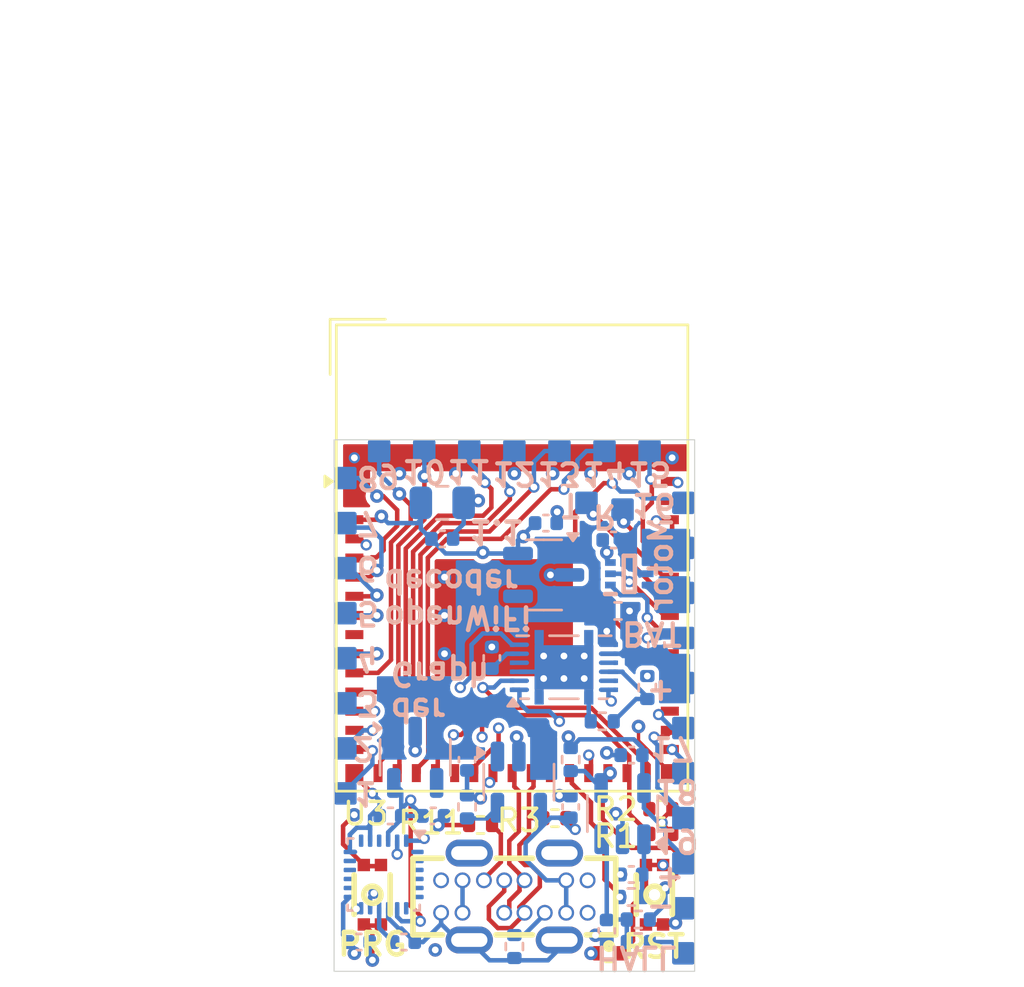
<source format=kicad_pcb>
(kicad_pcb (version 20240108) (generator "pcbnew") (generator_version "8.0")
  (layers (0 "F.Cu" signal) (1 "In1.Cu" signal) (2 "In2.Cu" signal) (31 "B.Cu" signal) (34 "B.Paste" user) (35 "F.Paste" user) (36 "B.SilkS" user "B.Silkscreen") (37 "F.SilkS" user "F.Silkscreen") (38 "B.Mask" user) (39 "F.Mask" user) (44 "Edge.Cuts" user))
  (net 0 "")
  (net 1 "+3V3")
  (net 2 "GND")
  (net 3 "+BATT")
  (net 4 "+1V8")
  (net 5 "Net-(BAT1-Pin_2)")
  (net 6 "Net-(U4-REGOUT)")
  (net 7 "+5V")
  (net 8 "Net-(U6-+)")
  (net 9 "Net-(U6--)")
  (net 10 "MPWM1")
  (net 11 "Net-(IC1-OUT2)")
  (net 12 "Net-(IC1-OUT1)")
  (net 13 "MPWM2")
  (net 14 "Net-(U7-V_{DD})")
  (net 15 "SCL")
  (net 16 "GAUGE_INT")
  (net 17 "SDA")
  (net 18 "Net-(IO1-Pin_1)")
  (net 19 "D+")
  (net 20 "Net-(U5-PROG)")
  (net 21 "DIG_HALL")
  (net 22 "Net-(USB1-CC1)")
  (net 23 "Net-(USB1-CC2)")
  (net 24 "COMP_DAC")
  (net 25 "Net-(U3-EN)")
  (net 26 "Net-(U3-IO0)")
  (net 29 "Net-(IO2-Pin_1)")
  (net 32 "D-")
  (net 35 "Net-(IO3-Pin_1)")
  (net 36 "Net-(IO4-Pin_1)")
  (net 38 "RX")
  (net 39 "TX")
  (net 40 "Net-(IO5-Pin_1)")
  (net 41 "Net-(IO6-Pin_1)")
  (net 42 "Net-(IO7-Pin_1)")
  (net 44 "IMU_INT")
  (net 45 "FSYNC")
  (net 59 "Net-(IO8-Pin_1)")
  (net 60 "Net-(IO9-Pin_1)")
  (net 62 "Net-(IO10-Pin_1)")
  (net 63 "Net-(IO11-Pin_1)")
  (net 64 "Net-(IO12-Pin_1)")
  (net 65 "Net-(IO13-Pin_1)")
  (net 66 "Net-(IO15-Pin_1)")
  (net 67 "Net-(IO16-Pin_1)")
  (net 68 "Net-(IO17-Pin_1)")
  (net 69 "Net-(IO14-Pin_1)")
  (net 70 "Net-(IO18-Pin_1)")
  (net 71 "Net-(J24-Pin_3)")
  (net 72 "Net-(IO19-Pin_1)")
  (net 73 "Net-(U7-BIN)")
  (footprint "easyeda2kicad:USB-TH_MC-802YC-H105" (layer "F.Cu") (at 102.5 84.28 180)
    (property "Reference" "USB1" (hide yes))
    (property "Value" "MC-802YC-H105")
  )
  (footprint "Resistor_SMD:R_0402_1005Metric" (layer "F.Cu") (at 106.7 86.8 180)
    (property "Reference" "R14" (hide yes))
    (property "Value" "10k")
  )
  (footprint "Resistor_SMD:R_0402_1005Metric" (layer "F.Cu") (at 109 80.4 180)
    (property "Reference" "R2")
    (property "Value" "10k")
  )
  (footprint "easyeda2kicad:SW-SMD_4P-L2.6-W1.6-P0.75-LS3.0" (layer "F.Cu") (at 96.2 84.2 90)
    (property "Reference" "FLASH1" (hide yes))
    (property "Value" "FLASH")
  )
  (footprint "Resistor_SMD:R_0402_1005Metric" (layer "F.Cu") (at 104.3 80.8 180)
    (property "Reference" "R3")
    (property "Value" "USB_PU")
  )
  (footprint "Resistor_SMD:R_0402_1005Metric" (layer "F.Cu") (at 101 81.1 180)
    (property "Reference" "R11")
    (property "Value" "5k1")
  )
  (footprint "easyeda2kicad:SW-SMD_4P-L2.6-W1.6-P0.75-LS3.0" (layer "F.Cu") (at 108.72 84.2 90)
    (property "Reference" "RESET1" (hide yes))
    (property "Value" "RESET")
  )
  (footprint "Resistor_SMD:R_0402_1005Metric" (layer "F.Cu") (at 109 81.5 180)
    (property "Reference" "R1")
    (property "Value" "10k")
  )
  (footprint "RF_Module:ESP32-S2-MINI-1" (layer "F.Cu") (at 102.4 69.25)
    (property "Reference" "U3")
    (property "Value" "ESP32-S3-MINI-1")
  )
  (footprint "Capacitor_SMD:C_0402_1005Metric" (layer "B.Cu") (at 107.7 78)
    (property "Reference" "C13" (hide yes))
    (property "Value" "1uF X7R")
  )
  (footprint "padLib:SolderPad_1mm_2Pin" (layer "B.Cu") (at 110 69.8 -90)
    (property "Reference" "J1" (hide yes))
    (property "Value" "Motor")
  )
  (footprint "padLib:SolderPad_1mm_1Pin" (layer "B.Cu") (at 108.5 64.5 180)
    (property "Reference" "IO15" (hide yes))
    (property "Value" "Conn_01x01_Socket")
  )
  (footprint "padLib:SolderPad_1mm_1Pin" (layer "B.Cu") (at 110 78.8 180)
    (property "Reference" "IO18" (hide yes))
    (property "Value" "Conn_01x01_Socket")
  )
  (footprint "Resistor_SMD:R_0402_1005Metric" (layer "B.Cu") (at 108 85.3)
    (property "Reference" "R8" (hide yes))
    (property "Value" "6k8")
  )
  (footprint "Capacitor_SMD:C_0402_1005Metric" (layer "B.Cu") (at 106.6 85.8 90)
    (property "Reference" "C14" (hide yes))
    (property "Value" "680n")
  )
  (footprint "Resistor_SMD:R_0402_1005Metric" (layer "B.Cu") (at 108.4 75 -90)
    (property "Reference" "R5" (hide yes))
    (property "Value" "1.8M")
  )
  (footprint "Capacitor_SMD:C_0402_1005Metric" (layer "B.Cu") (at 97.6 86.3)
    (property "Reference" "C11" (hide yes))
    (property "Value" ".1uF X7R")
  )
  (footprint "padLib:SolderPad_1mm_1Pin" (layer "B.Cu") (at 95 71.7 180)
    (property "Reference" "IO5" (hide yes))
    (property "Value" "Conn_01x01_Socket")
  )
  (footprint "Sensor_Motion:InvenSense_QFN-24_3x3mm_P0.4mm" (layer "B.Cu") (at 96.7 83.3 180)
    (property "Reference" "U4" (hide yes))
    (property "Value" "ICM-20948")
  )
  (footprint "Capacitor_SMD:C_0402_1005Metric" (layer "B.Cu") (at 108.8 73.1 90)
    (property "Reference" "C10" (hide yes))
    (property "Value" "1uF X7R")
  )
  (footprint "Package_TO_SOT_SMD:SOT-23-5" (layer "B.Cu") (at 98.1 78.1 -90)
    (property "Reference" "U1" (hide yes))
    (property "Value" "MIC5317-1.8xM5")
  )
  (footprint "Capacitor_SMD:C_0402_1005Metric" (layer "B.Cu") (at 98.9 80.7)
    (property "Reference" "C4" (hide yes))
    (property "Value" "1uF X7R")
  )
  (footprint "padLib:SolderPad_1mm_1Pin" (layer "B.Cu") (at 104.5 64.5 180)
    (property "Reference" "IO13" (hide yes))
    (property "Value" "Conn_01x01_Socket")
  )
  (footprint "padLib:SolderPad_1mm_1Pin" (layer "B.Cu") (at 107.3 67.1 180)
    (property "Reference" "RX0" (hide yes))
    (property "Value" "Conn_01x01_Socket")
  )
  (footprint "padLib:SolderPad_1mm_1Pin" (layer "B.Cu") (at 110 80.8 180)
    (property "Reference" "IO19" (hide yes))
    (property "Value" "Conn_01x01_Socket")
  )
  (footprint "Resistor_SMD:R_0402_1005Metric" (layer "B.Cu") (at 102.5 86.5 -90)
    (property "Reference" "R9" (hide yes))
    (property "Value" "5k1")
  )
  (footprint "padLib:SolderPad_1mm_1Pin" (layer "B.Cu") (at 96.5 64.5 180)
    (property "Reference" "IO9" (hide yes))
    (property "Value" "Conn_01x01_Socket")
  )
  (footprint "padLib:SolderPad_1mm_1Pin" (layer "B.Cu") (at 95 79.7 180)
    (property "Reference" "IO1" (hide yes))
    (property "Value" "1")
  )
  (footprint "Resistor_SMD:R_0402_1005Metric" (layer "B.Cu") (at 107.69 84.3)
    (property "Reference" "R13" (hide yes))
    (property "Value" "270")
  )
  (footprint "Capacitor_SMD:C_0805_2012Metric" (layer "B.Cu") (at 99.3 66.8)
    (property "Reference" "C2" (hide yes))
    (property "Value" "22uF X7R")
  )
  (footprint "Resistor_SMD:R_0402_1005Metric" (layer "B.Cu") (at 107.1 71.6 180)
    (property "Reference" "R4" (hide yes))
    (property "Value" "10m 1% 0.07W")
  )
  (footprint "Capacitor_SMD:C_0402_1005Metric" (layer "B.Cu") (at 103.9 67.7)
    (property "Reference" "C5" (hide yes))
    (property "Value" "1uF X7R")
  )
  (footprint "Package_TO_SOT_SMD:TSOT-23-5" (layer "B.Cu") (at 102.7 79.2 -90)
    (property "Reference" "U5" (hide yes))
    (property "Value" "LTC4054ES5-4.2")
  )
  (footprint "Capacitor_SMD:C_0402_1005Metric" (layer "B.Cu") (at 95.6 86.3 180)
    (property "Reference" "C8" (hide yes))
    (property "Value" ".1uF X7R")
  )
  (footprint "padLib:SolderPad_1mm_1Pin" (layer "B.Cu") (at 102.5 64.5 180)
    (property "Reference" "IO12" (hide yes))
    (property "Value" "Conn_01x01_Socket")
  )
  (footprint "Capacitor_SMD:C_0402_1005Metric" (layer "B.Cu") (at 97 80.7 180)
    (property "Reference" "C7" (hide yes))
    (property "Value" ".1uF X7R")
  )
  (footprint "Capacitor_SMD:C_0402_1005Metric" (layer "B.Cu") (at 107.69 83.3 180)
    (property "Reference" "C15" (hide yes))
    (property "Value" "1uF X7R")
  )
  (footprint "Capacitor_SMD:C_0402_1005Metric" (layer "B.Cu") (at 105 80.3 -90)
    (property "Reference" "C12" (hide yes))
    (property "Value" "1uF X7R")
  )
  (footprint "padLib:SolderPad_1mm_1Pin" (layer "B.Cu") (at 110 66.8 180)
    (property "Reference" "IO16" (hide yes))
    (property "Value" "Conn_01x01_Socket")
  )
  (footprint "padLib:SolderPad_1mm_1Pin" (layer "B.Cu") (at 95 67.7 -90)
    (property "Reference" "IO7" (hide yes))
    (property "Value" "2")
  )
  (footprint "padLib:SolderPad_1mm_1Pin" (layer "B.Cu") (at 106.5 64.5 180)
    (property "Reference" "IO14" (hide yes))
    (property "Value" "Conn_01x01_Socket")
  )
  (footprint "padLib:SolderPad_1mm_1Pin" (layer "B.Cu") (at 95 69.7 -90)
    (property "Reference" "IO6" (hide yes))
    (property "Value" "Conn_01x01_Socket")
  )
  (footprint "Package_SON:Texas_S-PDSO-N12" (layer "B.Cu") (at 104.7 74.1)
    (property "Reference" "U7" (hide yes))
    (property "Value" "BQ27441DRZT-G1A")
  )
  (footprint "padLib:SolderPad_1mm_2Pin" (layer "B.Cu") (at 110 73.8 -90)
    (property "Reference" "BAT1" (hide yes))
    (property "Value" "Battery")
  )
  (footprint "Capacitor_SMD:C_0402_1005Metric" (layer "B.Cu") (at 106.9 68.45)
    (property "Reference" "C6" (hide yes))
    (property "Value" ".1uF X7R")
  )
  (footprint "padLib:SolderPad_1mm_1Pin" (layer "B.Cu") (at 95 77.7 180)
    (property "Reference" "IO2" (hide yes))
    (property "Value" "2")
  )
  (footprint "Resistor_SMD:R_0402_1005Metric" (layer "B.Cu") (at 100.4 80.3 -90)
    (property "Reference" "R7" (hide yes))
    (property "Value" "2k 1%")
  )
  (footprint "padLib:SolderPad_1mm_1Pin" (layer "B.Cu") (at 100.5 64.5 180)
    (property "Reference" "IO11" (hide yes))
    (property "Value" "Conn_01x01_Socket")
  )
  (footprint "padLib:SolderPad_1mm_1Pin" (layer "B.Cu") (at 95 75.7 -90)
    (property "Reference" "IO3" (hide yes))
    (property "Value" "3")
  )
  (footprint "Resistor_SMD:R_0402_1005Metric" (layer "B.Cu") (at 105 78.2 90)
    (property "Reference" "R10" (hide yes))
    (property "Value" "5k1")
  )
  (footprint "padLib:SolderPad_1mm_1Pin" (layer "B.Cu") (at 105.7 66.8 180)
    (property "Reference" "TX0" (hide yes))
    (property "Value" "Conn_01x01_Socket")
  )
  (footprint "Capacitor_SMD:C_0402_1005Metric" (layer "B.Cu") (at 99.3 68.4)
    (property "Reference" "C1" (hide yes))
    (property "Value" ".1uF X7R")
  )
  (footprint "padLib:SolderPad_1mm_1Pin" (layer "B.Cu") (at 110 76.8 180)
    (property "Reference" "IO17" (hide yes))
    (property "Value" "Conn_01x01_Socket")
  )
  (footprint "padLib:SolderPad_1mm_1Pin" (layer "B.Cu") (at 98.5 64.5 180)
    (property "Reference" "IO10" (hide yes))
    (property "Value" "Conn_01x01_Socket")
  )
  (footprint "Resistor_SMD:R_0402_1005Metric" (layer "B.Cu") (at 106.4 76.5 180)
    (property "Reference" "R6" (hide yes))
    (property "Value" "10k")
  )
  (footprint "Package_TO_SOT_SMD:SOT-23-5" (layer "B.Cu") (at 103.8 70 180)
    (property "Reference" "U2" (hide yes))
    (property "Value" "MIC5219-3.3YM5")
  )
  (footprint "padLib:SolderPad_1mm_3Pin" (layer "B.Cu") (at 110 84.8 -90)
    (property "Reference" "J24" (hide yes))
    (property "Value" "Hall")
  )
  (footprint "Capacitor_SMD:C_0402_1005Metric" (layer "B.Cu") (at 100.4 78.2 -90)
    (property "Reference" "C3" (hide yes))
    (property "Value" ".1uF X7R")
  )
  (footprint "padLib:SolderPad_1mm_1Pin" (layer "B.Cu") (at 95 65.7 -90)
    (property "Reference" "IO8" (hide yes))
    (property "Value" "1")
  )
  (footprint "Resistor_SMD:R_0402_1005Metric" (layer "B.Cu") (at 108 86.3)
    (property "Reference" "R12" (hide yes))
    (property "Value" "270")
  )
  (footprint "SamacSys_Parts:SOTFL50P160X60-6N" (layer "B.Cu") (at 107.6 69.95)
    (property "Reference" "IC1" (hide yes))
    (property "Value" "DRV8212DRLR" (hide yes))
  )
  (footprint "Capacitor_SMD:C_0402_1005Metric" (layer "B.Cu") (at 101.5 73.68 -90)
    (property "Reference" "C9" (hide yes))
    (property "Value" "470n")
  )
  (footprint "padLib:SolderPad_1mm_1Pin" (layer "B.Cu") (at 95 73.7)
    (property "Reference" "IO4" (hide yes))
    (property "Value" "Conn_01x01_Socket")
  )
  (footprint "Package_TO_SOT_SMD:SOT-23-5" (layer "B.Cu") (at 107.3 80.6 90)
    (property "Reference" "U6" (hide yes))
    (property "Value" "TL331")
  )
  (gr_rect (start 94.5 64) (end 110.5 87.6) (stroke (width 0.05)) (fill none) (layer "Edge.Cuts"))
  (gr_text "8" (at 96 65.7 180) (layer "B.SilkS") (effects (font (size 1 1) (thickness 0.1875)) (justify mirror)))
  (gr_text "16" (at 108.7 66.9 180) (layer "B.SilkS") (effects (font (size 1 1) (thickness 0.1875)) (justify mirror)))
  (gr_text "7" (at 96 67.7 180) (layer "B.SilkS") (effects (font (size 1 1) (thickness 0.1875)) (justify mirror)))
  (gr_text "BAT" (at 108.6 72.6 180) (layer "B.SilkS") (effects (font (size 1 1) (thickness 0.1875)) (justify mirror)))
  (gr_text "10" (at 98.5 65.4 180) (layer "B.SilkS") (effects (font (size 1 1) (thickness 0.1875)) (justify mirror)))
  (gr_text "+" (at 109.4 83.5 180) (layer "B.SilkS") (effects (font (size 1 1) (thickness 0.1875)) (justify mirror)))
  (gr_text "17" (at 109.5 77.7 180) (layer "B.SilkS") (effects (font (size 1 1) (thickness 0.1875)) (justify mirror)))
  (gr_text "18" (at 109.7 79.6 180) (layer "B.SilkS") (effects (font (size 1 1) (thickness 0.1875)) (justify mirror)))
  (gr_text "4" (at 96 73.7 180) (layer "B.SilkS") (effects (font (size 1 1) (thickness 0.1875)) (justify mirror)))
  (gr_text "19" (at 109.7 81.8 180) (layer "B.SilkS") (effects (font (size 1 1) (thickness 0.1875)) (justify mirror)))
  (gr_text "T" (at 105 66.9 180) (layer "B.SilkS") (effects (font (size 1 1) (thickness 0.1875)) (justify mirror)))
  (gr_text "6" (at 96 69.7 180) (layer "B.SilkS") (effects (font (size 1 1) (thickness 0.1875)) (justify mirror)))
  (gr_text "11" (at 100.5 65.4 180) (layer "B.SilkS") (effects (font (size 1 1) (thickness 0.1875)) (justify mirror)))
  (gr_text "5" (at 96 71.7 180) (layer "B.SilkS") (effects (font (size 1 1) (thickness 0.1875)) (justify mirror)))
  (gr_text "der\nGraph" (at 96.9 73.8 180) (layer "B.SilkS") (effects (font (size 1 1) (thickness 0.2) (bold yes)) (justify left bottom mirror)))
  (gr_text "1.1" (at 100.4 67.5 180) (layer "B.SilkS") (effects (font (size 1 1) (thickness 0.2) (bold yes)) (justify left bottom mirror)))
  (gr_text "13" (at 104.5 65.5 180) (layer "B.SilkS") (effects (font (size 1 1) (thickness 0.1875)) (justify mirror)))
  (gr_text "2" (at 95.8 77.7 180) (layer "B.SilkS") (effects (font (size 1 1) (thickness 0.1875)) (justify mirror)))
  (gr_text "3" (at 96 75.7 180) (layer "B.SilkS") (effects (font (size 1 1) (thickness 0.1875)) (justify mirror)))
  (gr_text "9" (at 96.9 65.6 180) (layer "B.SilkS") (effects (font (size 1 1) (thickness 0.1875)) (justify mirror)))
  (gr_text "HALL" (at 107.9 87 180) (layer "B.SilkS") (effects (font (size 1 1) (thickness 0.1875)) (justify mirror)))
  (gr_text "1" (at 95.9 79.7 180) (layer "B.SilkS") (effects (font (size 1 1) (thickness 0.1875)) (justify mirror)))
  (gr_text "Motor" (at 109 69.5 90) (layer "B.SilkS") (effects (font (size 1 1) (thickness 0.1875)) (justify mirror)))
  (gr_text "-" (at 109 84.8 180) (layer "B.SilkS") (effects (font (size 1 1) (thickness 0.1875)) (justify mirror)))
  (gr_text "12" (at 102.5 65.5 180) (layer "B.SilkS") (effects (font (size 1 1) (thickness 0.1875)) (justify mirror)))
  (gr_text "14" (at 106.5 65.5 180) (layer "B.SilkS") (effects (font (size 1 1) (thickness 0.1875)) (justify mirror)))
  (gr_text "15" (at 108.5 65.5 180) (layer "B.SilkS") (effects (font (size 1 1) (thickness 0.1875)) (justify mirror)))
  (gr_text "R" (at 106.5 67.4 180) (layer "B.SilkS") (effects (font (size 1 1) (thickness 0.1875)) (justify mirror)))
  (gr_text "+" (at 109 75.2 180) (layer "B.SilkS") (effects (font (size 1 1) (thickness 0.1875)) (justify mirror)))
  (gr_text "openWiFi\ndecoder" (at 96.6 69.7 180) (layer "B.SilkS") (effects (font (size 1 1) (thickness 0.2) (bold yes)) (justify left bottom mirror)))
  (gr_text "RST" (at 108.7 86.5 0) (layer "F.SilkS") (effects (font (size 1 1) (thickness 0.2) (bold yes))))
  (gr_text "PRG" (at 96.2 86.4 0) (layer "F.SilkS") (effects (font (size 1 1) (thickness 0.2) (bold yes))))
  (segment (start 109.056929 80.853071) (end 109.51 80.4) (width 0.2) (layer "F.Cu") (net 1))
  (segment (start 96.45 67.55) (end 95.5 67.55) (width 0.2) (layer "F.Cu") (net 1))
  (segment (start 109.056929 81.046929) (end 109.51 81.5) (width 0.2) (layer "F.Cu") (net 1))
  (segment (start 109.056929 80.998452) (end 109.056929 80.853071) (width 0.2) (layer "F.Cu") (net 1))
  (segment (start 96.6 67.4) (end 96.45 67.55) (width 0.2) (layer "F.Cu") (net 1))
  (segment (start 109.056929 80.998452) (end 109.056929 81.046929) (width 0.2) (layer "F.Cu") (net 1))
  (via (at 96.6 67.4) (size 0.6) (drill 0.3) (layers "F.Cu" "B.Cu") (net 1))
  (via (at 109.056929 80.998452) (size 0.5) (drill 0.3) (layers "F.Cu" "B.Cu") (net 1))
  (via (at 104.9 77.2) (size 0.6) (drill 0.3) (layers "F.Cu" "B.Cu") (net 1))
  (via (at 102.9 68.3) (size 0.6) (drill 0.3) (layers "F.Cu" "B.Cu") (net 1))
  (via (at 98.99 86.65) (size 0.6) (drill 0.3) (layers "F.Cu" "B.Cu") (net 1))
  (via (at 101.1 69) (size 0.6) (drill 0.3) (layers "F.Cu" "B.Cu") (net 1))
  (via (at 95.4 86.8) (size 0.6) (drill 0.3) (layers "F.Cu" "B.Cu") (net 1))
  (via (at 105.9 86.8) (size 0.6) (drill 0.3) (layers "F.Cu" "B.Cu") (net 1))
  (segment (start 102.6625 68.4575) (end 103.42 67.7) (width 0.2) (layer "B.Cu") (net 1))
  (segment (start 109.2 81.3) (end 108.9 81) (width 0.2) (layer "B.Cu") (net 1))
  (segment (start 96.6 67.4) (end 96.9 67.7) (width 0.2) (layer "B.Cu") (net 1))
  (segment (start 95.4 86.8) (end 95.4 86.58) (width 0.2) (layer "B.Cu") (net 1))
  (segment (start 98.35 66.6) (end 98.35 67.95) (width 0.2) (layer "B.Cu") (net 1))
  (segment (start 95.2 84.3) (end 94.902558 84.597442) (width 0.2) (layer "B.Cu") (net 1))
  (segment (start 96.9 67.7) (end 98.2 67.7) (width 0.2) (layer "B.Cu") (net 1))
  (segment (start 94.902558 84.597442) (end 94.902558 85.982558) (width 0.2) (layer "B.Cu") (net 1))
  (segment (start 105.39 77.3) (end 105 77.69) (width 0.2) (layer "B.Cu") (net 1))
  (segment (start 98.35 67.95) (end 99.45 69.05) (width 0.2) (layer "B.Cu") (net 1))
  (segment (start 109.056929 81.156929) (end 109.2 81.3) (width 0.2) (layer "B.Cu") (net 1))
  (segment (start 108.9 81) (end 108.55 80.65) (width 0.2) (layer "B.Cu") (net 1))
  (segment (start 98.35 67.55) (end 98.35 66.6) (width 0.2) (layer "B.Cu") (net 1))
  (segment (start 98.2 67.7) (end 98.35 67.55) (width 0.2) (layer "B.Cu") (net 1))
  (segment (start 95.4 86.58) (end 95.12 86.3) (width 0.2) (layer "B.Cu") (net 1))
  (segment (start 108.18 78) (end 108.18 79.3925) (width 0.2) (layer "B.Cu") (net 1))
  (segment (start 108.55 80.65) (end 108.25 80.35) (width 0.2) (layer "B.Cu") (net 1))
  (segment (start 110 82.8) (end 110 82.5) (width 0.2) (layer "B.Cu") (net 1))
  (segment (start 109.056929 80.998452) (end 109.056929 81.156929) (width 0.2) (layer "B.Cu") (net 1))
  (segment (start 107.8 77.3) (end 105.39 77.3) (width 0.2) (layer "B.Cu") (net 1))
  (segment (start 108.18 78) (end 108.18 77.68) (width 0.2) (layer "B.Cu") (net 1))
  (segment (start 109.2 81.7) (end 109.2 81.3) (width 0.2) (layer "B.Cu") (net 1))
  (segment (start 99.45 69.05) (end 102.6625 69.05) (width 0.2) (layer "B.Cu") (net 1))
  (segment (start 102.6625 69.05) (end 102.6625 68.4575) (width 0.2) (layer "B.Cu") (net 1))
  (segment (start 109.056929 80.998452) (end 108.898452 80.998452) (width 0.2) (layer "B.Cu") (net 1))
  (segment (start 108.898452 80.998452) (end 108.55 80.65) (width 0.2) (layer "B.Cu") (net 1))
  (segment (start 108.25 80.35) (end 108.25 79.4625) (width 0.2) (layer "B.Cu") (net 1))
  (segment (start 109.056929 80.998452) (end 108.901548 80.998452) (width 0.2) (layer "B.Cu") (net 1))
  (segment (start 94.902558 85.982558) (end 95.12 86.2) (width 0.2) (layer "B.Cu") (net 1))
  (segment (start 108.901548 80.998452) (end 108.9 81) (width 0.2) (layer "B.Cu") (net 1))
  (segment (start 108.18 77.68) (end 107.8 77.3) (width 0.2) (layer "B.Cu") (net 1))
  (segment (start 110 82.5) (end 109.2 81.7) (width 0.2) (layer "B.Cu") (net 1))
  (segment (start 109.1 85.52) (end 108.34 85.52) (width 0.2) (layer "F.Cu") (net 2))
  (segment (start 109.65 85.45) (end 109.58 85.52) (width 0.2) (layer "F.Cu") (net 2))
  (segment (start 95.5 79) (end 95.5 78.8) (width 0.2) (layer "F.Cu") (net 2))
  (segment (start 109.5 78.8) (end 109.45 78.8) (width 0.15) (layer "F.Cu") (net 2))
  (segment (start 95.87 85.57) (end 96.63 85.57) (width 0.2) (layer "F.Cu") (net 2))
  (segment (start 96.2 85.9) (end 95.82 85.52) (width 0.2) (layer "F.Cu") (net 2))
  (segment (start 109.45 78.8) (end 108.01 77.36) (width 0.15) (layer "F.Cu") (net 2))
  (segment (start 96.2 87.1) (end 96.2 85.9) (width 0.2) (layer "F.Cu") (net 2))
  (segment (start 109.5 67.9) (end 109.5 67.55) (width 0.2) (layer "F.Cu") (net 2))
  (segment (start 109.5 68.4) (end 109.5 67.9) (width 0.2) (layer "F.Cu") (net 2))
  (segment (start 99.114318 81.106682) (end 100.483318 81.106682) (width 0.2) (layer "F.Cu") (net 2))
  (segment (start 109.58 85.52) (end 109.1 85.52) (width 0.2) (layer "F.Cu") (net 2))
  (segment (start 96.2 79.7) (end 95.5 79) (width 0.2) (layer "F.Cu") (net 2))
  (segment (start 108.01 77.36) (end 108.01 76.73) (width 0.15) (layer "F.Cu") (net 2))
  (via (at 97.4 65.5) (size 0.6) (drill 0.3) (layers "F.Cu" "B.Cu") (net 2))
  (via (at 108.8 67.6) (size 0.5) (drill 0.3) (layers "F.Cu" "B.Cu") (net 2))
  (via (at 99.114318 81.106682) (size 0.6) (drill 0.3) (layers "F.Cu" "B.Cu") (net 2))
  (via (at 109.65 85.45) (size 0.6) (drill 0.3) (layers "F.Cu" "B.Cu") (net 2))
  (via (at 95.4 64.8) (size 0.5) (drill 0.3) (layers "F.Cu" "B.Cu") (net 2))
  (via (at 99.9 65.5) (size 0.6) (drill 0.3) (layers "F.Cu" "B.Cu") (net 2))
  (via (at 100.9 66.7) (size 0.6) (drill 0.3) (layers "F.Cu" "B.Cu") (net 2))
  (via (at 99.4 71.8) (size 0.6) (drill 0.3) (layers "F.Cu" "B.Cu") (net 2))
  (via (at 106.6 69) (size 0.6) (drill 0.3) (layers "F.Cu" "B.Cu") (net 2))
  (via (at 98.1 77.8) (size 0.6) (drill 0.3) (layers "F.Cu" "B.Cu") (net 2))
  (via (at 102.6 77.2) (size 0.6) (drill 0.3) (layers "F.Cu" "B.Cu") (net 2))
  (via (at 106.6 77.9) (size 0.6) (drill 0.3) (layers "F.Cu" "B.Cu") (net 2))
  (via (at 109.5 64.8) (size 0.6) (drill 0.3) (layers "F.Cu" "B.Cu") (net 2))
  (via (at 107 80.6) (size 0.6) (drill 0.3) (layers "F.Cu" "B.Cu") (net 2))
  (via (at 107.6 65.5) (size 0.6) (drill 0.3) (layers "F.Cu" "B.Cu") (net 2))
  (via (at 104.1 70) (size 0.6) (drill 0.3) (layers "F.Cu" "B.Cu") (net 2))
  (via (at 96.2 87.1) (size 0.6) (drill 0.3) (layers "F.Cu" "B.Cu") (net 2))
  (via (at 107.21 83.3) (size 0.6) (drill 0.3) (layers "F.Cu" "B.Cu") (net 2))
  (via (at 101.5 73.2) (size 0.6) (drill 0.3) (layers "F.Cu" "B.Cu") (net 2))
  (via (at 102.5 65.5) (size 0.6) (drill 0.3) (layers "F.Cu" "B.Cu") (net 2))
  (via (at 99.4 73.5) (size 0.6) (drill 0.3) (layers "F.Cu" "B.Cu") (net 2))
  (via (at 105.9 65.5) (size 0.6) (drill 0.3) (layers "F.Cu" "B.Cu") (net 2))
  (via (at 104.4 67.2) (size 0.6) (drill 0.3) (layers "F.Cu" "B.Cu") (net 2))
  (via (at 108.01 76.73) (size 0.6) (drill 0.3) (layers "F.Cu" "B.Cu") (net 2))
  (via (at 106.1 86) (size 0.6) (drill 0.3) (layers "F.Cu" "B.Cu") (net 2))
  (via (at 96.2 79.7) (size 0.5) (drill 0.3) (layers "F.Cu" "B.Cu") (net 2))
  (via (at 99.4 70.1) (size 0.6) (drill 0.3) (layers "F.Cu" "B.Cu") (net 2))
  (via (at 104.5 79.8) (size 0.6) (drill 0.3) (layers "F.Cu" "B.Cu") (net 2))
  (via (at 100.99 79.9) (size 0.6) (drill 0.3) (layers "F.Cu" "B.Cu") (net 2))
  (via (at 108.4 72.8) (size 0.5) (drill 0.3) (layers "F.Cu" "B.Cu") (net 2))
  (via (at 104.2 65.5) (size 0.6) (drill 0.3) (layers "F.Cu" "B.Cu") (net 2))
  (segment (start 96.1 81.1) (end 95.975 81.225) (width 0.2) (layer "B.Cu") (net 2))
  (segment (start 107.22 78) (end 106.7 78) (width 0.2) (layer "B.Cu") (net 2))
  (segment (start 96.08 86.98) (end 96.08 86.2) (width 0.2) (layer "B.Cu") (net 2))
  (segment (start 107.3 80.9) (end 107 80.6) (width 0.2) (layer "B.Cu") (net 2))
  (segment (start 96.1 81.3) (end 96.1 81.8) (width 0.2) (layer "B.Cu") (net 2))
  (segment (start 100.25 67.73) (end 99.78 68.2) (width 0.2) (layer "B.Cu") (net 2))
  (segment (start 102.725 74.3) (end 103.5 74.3) (width 0.2) (layer "B.Cu") (net 2))
  (segment (start 109.65 85.45) (end 109.9 85.2) (width 0.2) (layer "B.Cu") (net 2))
  (segment (start 99.25 85) (end 99.25 85.494974) (width 0.2) (layer "B.Cu") (net 2))
  (segment (start 96.2 87.1) (end 96.08 86.98) (width 0.2) (layer "B.Cu") (net 2))
  (segment (start 103.99 87.11) (end 104.5 86.6) (width 0.2) (layer "B.Cu") (net 2))
  (segment (start 100.25 66.6) (end 100.25 67.73) (width 0.2) (layer "B.Cu") (net 2))
  (segment (start 97.368192 85.702) (end 97.492 85.702) (width 0.2) (layer "B.Cu") (net 2))
  (segment (start 96.52 80.28) (end 96.1 80.7) (width 0.2) (layer "B.Cu") (net 2))
  (segment (start 97.492 85.702) (end 98.08 86.29) (width 0.2) (layer "B.Cu") (net 2))
  (segment (start 103.5 74.3) (end 103.8 74.6) (width 0.2) (layer "B.Cu") (net 2))
  (segment (start 96.1 81.1) (end 96.1 81.3) (width 0.2) (layer "B.Cu") (net 2))
  (segment (start 105.8 76.41) (end 105.89 76.5) (width 0.2) (layer "B.Cu") (net 2))
  (segment (start 109.77 72.62) (end 109.95 72.8) (width 0.5) (layer "B.Cu") (net 2))
  (segment (start 102.5 87.11) (end 103.99 87.11) (width 0.2) (layer "B.Cu") (net 2))
  (segment (start 106.7 78) (end 106.6 77.9) (width 0.2) (layer "B.Cu") (net 2))
  (segment (start 106.6 69.288) (end 106.762 69.45) (width 0.2) (layer "B.Cu") (net 2))
  (segment (start 102.5 87.11) (end 101.4 87.11) (width 0.2) (layer "B.Cu") (net 2))
  (segment (start 99.25 85.494974) (end 99.965026 86.21) (width 0.2) (layer "B.Cu") (net 2))
  (segment (start 95.50364 81.225) (end 95.2 81.52864) (width 0.2) (layer "B.Cu") (net 2))
  (segment (start 100.4 78.68) (end 100.4 79.79) (width 0.2) (layer "B.Cu") (net 2))
  (segment (start 96.9 84.8) (end 96.9 85.233808) (width 0.2) (layer "B.Cu") (net 2))
  (segment (start 101.4 87.11) (end 100.5 86.21) (width 0.2) (layer "B.Cu") (net 2))
  (segment (start 95.2 81.52864) (end 95.2 82.3) (width 0.2) (layer "B.Cu") (net 2))
  (segment (start 96.9 85.233808) (end 97.368192 85.702) (width 0.2) (layer "B.Cu") (net 2))
  (segment (start 96.1 80.7) (end 96.1 81.1) (width 0.2) (layer "B.Cu") (net 2))
  (segment (start 105.8 75.4125) (end 105.8 76.41) (width 0.2) (layer "B.Cu") (net 2))
  (segment (start 106.6 69) (end 106.6 69.288) (width 0.2) (layer "B.Cu") (net 2))
  (segment (start 100.99 79.9) (end 100.51 79.9) (width 0.2) (layer "B.Cu") (net 2))
  (segment (start 95.2 82.3) (end 95.42864 82.3) (width 0.2) (layer "B.Cu") (net 2))
  (segment (start 108.8 72.62) (end 109.77 72.62) (width 0.5) (layer "B.Cu") (net 2))
  (segment (start 95.975 81.225) (end 95.50364 81.225) (width 0.2) (layer "B.Cu") (net 2))
  (segment (start 99.25 85.494974) (end 98.444974 86.3) (width 0.2) (layer "B.Cu") (net 2))
  (segment (start 96.52 80.02) (end 96.52 80.28) (width 0.2) (layer "B.Cu") (net 2))
  (segment (start 96.2 79.7) (end 96.52 80.02) (width 0.2) (layer "B.Cu") (net 2))
  (segment (start 109.9 85.2) (end 109.9 84.4) (width 0.2) (layer "B.Cu") (net 2))
  (segment (start 98.444974 86.3) (end 98.08 86.3) (width 0.2) (layer "B.Cu") (net 2))
  (segment (start 107.3 81.7375) (end 107.3 80.9) (width 0.2) (layer "B.Cu") (net 2))
  (via (at 106.6 72.5) (size 0.5) (drill 0.3) (layers "F.Cu" "B.Cu") (net 3))
  (via (at 108.4 74.49) (size 0.5) (drill 0.3) (layers "F.Cu" "B.Cu") (net 3))
  (segment (start 97.9 80) (end 97.9 84.7) (width 0.2) (layer "F.Cu") (net 4))
  (segment (start 98.325 85.125) (end 98.325 85.375) (width 0.2) (layer "F.Cu") (net 4))
  (segment (start 97.9 84.7) (end 98.325 85.125) (width 0.2) (layer "F.Cu") (net 4))
  (via (at 98.325 85.375) (size 0.5) (drill 0.3) (layers "F.Cu" "B.Cu") (net 4))
  (via (at 97.9 80) (size 0.5) (drill 0.3) (layers "F.Cu" "B.Cu") (net 4))
  (segment (start 98.325 85.375) (end 97.50364 85.375) (width 0.2) (layer "B.Cu") (net 4))
  (segment (start 97.50364 85.375) (end 97.3 85.17136) (width 0.2) (layer "B.Cu") (net 4))
  (segment (start 97.48 80.4) (end 97.48 80.7) (width 0.2) (layer "B.Cu") (net 4))
  (segment (start 96.9 81.42864) (end 97.48 80.84864) (width 0.2) (layer "B.Cu") (net 4))
  (segment (start 97.3 85.17136) (end 97.3 84.8) (width 0.2) (layer "B.Cu") (net 4))
  (segment (start 97.48 79.5675) (end 97.48 80.4) (width 0.2) (layer "B.Cu") (net 4))
  (segment (start 97.15 79.2375) (end 97.48 79.5675) (width 0.2) (layer "B.Cu") (net 4))
  (segment (start 97.88 80) (end 97.48 80.4) (width 0.2) (layer "B.Cu") (net 4))
  (segment (start 97.9 80) (end 97.9 80.18) (width 0.2) (layer "B.Cu") (net 4))
  (segment (start 98.42 80.7) (end 97.48 80.7) (width 0.2) (layer "B.Cu") (net 4))
  (segment (start 97.9 80) (end 97.88 80) (width 0.2) (layer "B.Cu") (net 4))
  (segment (start 97.9 80.18) (end 98.42 80.7) (width 0.2) (layer "B.Cu") (net 4))
  (segment (start 96.9 81.8) (end 96.9 81.42864) (width 0.2) (layer "B.Cu") (net 4))
  (via (at 100.1 75) (size 0.5) (drill 0.3) (layers "F.Cu" "B.Cu") (net 5))
  (via (at 107.61 71.6) (size 0.5) (drill 0.3) (layers "F.Cu" "B.Cu") (net 5))
  (segment (start 110 74.8) (end 110 74.6) (width 0.2) (layer "B.Cu") (net 5))
  (segment (start 100.6 74.5) (end 100.6 73.1) (width 0.2) (layer "B.Cu") (net 5))
  (segment (start 101.9 72.6) (end 102.4 73.1) (width 0.2) (layer "B.Cu") (net 5))
  (segment (start 100.1 75) (end 100.6 74.5) (width 0.2) (layer "B.Cu") (net 5))
  (segment (start 100.6 73.1) (end 101.1 72.6) (width 0.2) (layer "B.Cu") (net 5))
  (segment (start 101.1 72.6) (end 101.9 72.6) (width 0.2) (layer "B.Cu") (net 5))
  (segment (start 109.68 74.48) (end 110 74.8) (width 0.2) (layer "B.Cu") (net 5))
  (segment (start 96.5 85.68) (end 97.12 86.3) (width 0.2) (layer "B.Cu") (net 6))
  (segment (start 96.5 84.8) (end 96.5 85.68) (width 0.2) (layer "B.Cu") (net 6))
  (segment (start 105.2 81.3) (end 104.81 80.91) (width 0.2) (layer "F.Cu") (net 7))
  (segment (start 104.81 80.91) (end 104.81 80.8) (width 0.2) (layer "F.Cu") (net 7))
  (via (at 105.2 81.3) (size 0.5) (drill 0.3) (layers "F.Cu" "B.Cu") (net 7))
  (segment (start 104.8 83.56) (end 104.8 85) (width 0.2) (layer "B.Cu") (net 7))
  (segment (start 103 81.9) (end 103.65 81.25) (width 0.2) (layer "B.Cu") (net 7))
  (segment (start 103.919315 83.56) (end 103 82.640685) (width 0.2) (layer "B.Cu") (net 7))
  (segment (start 104.8 83.56) (end 103.919315 83.56) (width 0.2) (layer "B.Cu") (net 7))
  (segment (start 105 80.78) (end 104.5 80.78) (width 0.2) (layer "B.Cu") (net 7))
  (segment (start 100.2 83.56) (end 100.2 85) (width 0.2) (layer "B.Cu") (net 7))
  (segment (start 104.5 80.78) (end 104.12 80.78) (width 0.2) (layer "B.Cu") (net 7))
  (segment (start 103.65 81.25) (end 103.65 80.3375) (width 0.2) (layer "B.Cu") (net 7))
  (segment (start 103 82.640685) (end 103 81.9) (width 0.2) (layer "B.Cu") (net 7))
  (segment (start 105.2 81.3) (end 105.02 81.3) (width 0.2) (layer "B.Cu") (net 7))
  (segment (start 104.12 80.78) (end 103.65 81.25) (width 0.2) (layer "B.Cu") (net 7))
  (segment (start 105.02 81.3) (end 104.5 80.78) (width 0.2) (layer "B.Cu") (net 7))
  (segment (start 106.35 81.7375) (end 106.6 81.9875) (width 0.2) (layer "B.Cu") (net 8))
  (segment (start 107.49 85.3) (end 106.62 85.3) (width 0.2) (layer "B.Cu") (net 8))
  (segment (start 106.6 81.9875) (end 106.6 85.32) (width 0.2) (layer "B.Cu") (net 8))
  (segment (start 107.49 86.3) (end 107.49 85.3) (width 0.2) (layer "B.Cu") (net 8))
  (segment (start 108.17 83.3) (end 108.17 84.27) (width 0.2) (layer "B.Cu") (net 9))
  (segment (start 108.25 81.7375) (end 108.25 83.07) (width 0.2) (layer "B.Cu") (net 9))
  (segment (start 108.17 84.27) (end 108.2 84.3) (width 0.2) (layer "B.Cu") (net 9))
  (segment (start 109.15 72.65) (end 109.5 72.65) (width 0.2) (layer "F.Cu") (net 10))
  (segment (start 108.4 71.9) (end 109.15 72.65) (width 0.2) (layer "F.Cu") (net 10))
  (via (at 108.4 71.9) (size 0.5) (drill 0.3) (layers "F.Cu" "B.Cu") (net 10))
  (segment (start 108.4 71.1) (end 108.2 70.9) (width 0.2) (layer "B.Cu") (net 10))
  (segment (start 108.4 71.9) (end 108.4 71.1) (width 0.2) (layer "B.Cu") (net 10))
  (segment (start 108.2 70.9) (end 107.212 70.9) (width 0.2) (layer "B.Cu") (net 10))
  (segment (start 107.212 70.9) (end 106.762 70.45) (width 0.2) (layer "B.Cu") (net 10))
  (segment (start 107.65 70.3) (end 109.15 71.8) (width 0.2) (layer "F.Cu") (net 13))
  (segment (start 109.15 71.8) (end 109.5 71.8) (width 0.2) (layer "F.Cu") (net 13))
  (segment (start 107.6 70.3) (end 107.65 70.3) (width 0.2) (layer "F.Cu") (net 13))
  (via (at 107.6 70.3) (size 0.5) (drill 0.3) (layers "F.Cu" "B.Cu") (net 13))
  (segment (start 107.2495 69.95) (end 106.762 69.95) (width 0.2) (layer "B.Cu") (net 13))
  (segment (start 107.5995 70.3) (end 107.2495 69.95) (width 0.2) (layer "B.Cu") (net 13))
  (segment (start 107.6 70.3) (end 107.5995 70.3) (width 0.2) (layer "B.Cu") (net 13))
  (segment (start 102.725 73.5) (end 102.16 73.5) (width 0.2) (layer "B.Cu") (net 14))
  (segment (start 102.16 73.5) (end 101.5 74.16) (width 0.2) (layer "B.Cu") (net 14))
  (segment (start 101.5 75.893) (end 102.575692 75.893) (width 0.2) (layer "F.Cu") (net 15))
  (segment (start 102.582692 75.9) (end 105.910977 75.9) (width 0.2) (layer "F.Cu") (net 15))
  (segment (start 101.344552 75.893) (end 101.5 75.893) (width 0.2) (layer "F.Cu") (net 15))
  (segment (start 102.575692 75.893) (end 102.582692 75.9) (width 0.2) (layer "F.Cu") (net 15))
  (segment (start 101.5 75.4) (end 101.1 75) (width 0.2) (layer "F.Cu") (net 15))
  (segment (start 105.910977 75.9) (end 108.45 78.439023) (width 0.2) (layer "F.Cu") (net 15))
  (segment (start 108.45 78.439023) (end 108.45 80.36) (width 0.2) (layer "F.Cu") (net 15))
  (segment (start 99.8 77.1) (end 100.137552 77.1) (width 0.2) (layer "F.Cu") (net 15))
  (segment (start 100.137552 77.1) (end 101.344552 75.893) (width 0.2) (layer "F.Cu") (net 15))
  (segment (start 101.5 75.893) (end 101.5 75.4) (width 0.2) (layer "F.Cu") (net 15))
  (via (at 101.1 75) (size 0.5) (drill 0.3) (layers "F.Cu" "B.Cu") (net 15))
  (via (at 99.8 77.1) (size 0.5) (drill 0.3) (layers "F.Cu" "B.Cu") (net 15))
  (via (at 97.3 82.4) (size 0.5) (drill 0.3) (layers "F.Cu" "B.Cu") (net 15))
  (segment (start 97.3 82.4) (end 97.3 81.8) (width 0.2) (layer "B.Cu") (net 15))
  (segment (start 102.4 74.7) (end 101.896134 74.7) (width 0.2) (layer "B.Cu") (net 15))
  (segment (start 101.596134 75) (end 101.1 75) (width 0.2) (layer "B.Cu") (net 15))
  (segment (start 101.896134 74.7) (end 101.596134 75) (width 0.2) (layer "B.Cu") (net 15))
  (segment (start 105.9 78.1) (end 105.9 78.8) (width 0.2) (layer "F.Cu") (net 16))
  (segment (start 105.8 78) (end 105.9 78.1) (width 0.2) (layer "F.Cu") (net 16))
  (via (at 105.8 78) (size 0.5) (drill 0.3) (layers "F.Cu" "B.Cu") (net 16))
  (via (at 106.8 75.6) (size 0.5) (drill 0.3) (layers "F.Cu" "B.Cu") (net 16))
  (segment (start 106.675 75.475) (end 106.8 75.6) (width 0.2) (layer "B.Cu") (net 16))
  (segment (start 106.675 75.1) (end 106.675 75.475) (width 0.2) (layer "B.Cu") (net 16))
  (segment (start 101.067675 76.632325) (end 101.48 76.22) (width 0.2) (layer "F.Cu") (net 17))
  (segment (start 105.775529 76.227) (end 107.6 78.051471) (width 0.2) (layer "F.Cu") (net 17))
  (segment (start 107.6 80.61) (end 108.49 81.5) (width 0.2) (layer "F.Cu") (net 17))
  (segment (start 102.440244 76.22) (end 102.447244 76.227) (width 0.2) (layer "F.Cu") (net 17))
  (segment (start 107.6 78.051471) (end 107.6 80.61) (width 0.2) (layer "F.Cu") (net 17))
  (segment (start 102.447244 76.227) (end 105.775529 76.227) (width 0.2) (layer "F.Cu") (net 17))
  (segment (start 101.48 76.22) (end 102.440244 76.22) (width 0.2) (layer "F.Cu") (net 17))
  (segment (start 101.067675 77.2) (end 101.067675 76.632325) (width 0.2) (layer "F.Cu") (net 17))
  (via (at 101.067675 77.2) (size 0.5) (drill 0.3) (layers "F.Cu" "B.Cu") (net 17))
  (via (at 104.5 76.5) (size 0.5) (drill 0.3) (layers "F.Cu" "B.Cu") (net 17))
  (via (at 98.5 81.7) (size 0.5) (drill 0.3) (layers "F.Cu" "B.Cu") (net 17))
  (segment (start 98.5 81.7) (end 98.4 81.8) (width 0.2) (layer "B.Cu") (net 17))
  (segment (start 98.4 81.8) (end 97.7 81.8) (width 0.2) (layer "B.Cu") (net 17))
  (segment (start 104.0525 76.0525) (end 103.1 76.0525) (width 0.2) (layer "B.Cu") (net 17))
  (segment (start 102.725 75.1) (end 102.4 75.1) (width 0.2) (layer "B.Cu") (net 17))
  (segment (start 103.1 76.0525) (end 102.725 75.6775) (width 0.2) (layer "B.Cu") (net 17))
  (segment (start 104.5 76.5) (end 104.0525 76.0525) (width 0.2) (layer "B.Cu") (net 17))
  (segment (start 102.725 75.6775) (end 102.725 75.1) (width 0.2) (layer "B.Cu") (net 17))
  (segment (start 95.5 77.75) (end 96.15 77.75) (width 0.2) (layer "F.Cu") (net 18))
  (segment (start 96.15 77.75) (end 96.2 77.8) (width 0.2) (layer "F.Cu") (net 18))
  (via (at 96.2 77.8) (size 0.5) (drill 0.3) (layers "F.Cu" "B.Cu") (net 18))
  (segment (start 96.2 77.8) (end 96.2 78.4) (width 0.2) (layer "B.Cu") (net 18))
  (segment (start 95 79.6) (end 95 79.7) (width 0.2) (layer "B.Cu") (net 18))
  (segment (start 96.2 78.4) (end 95 79.6) (width 0.2) (layer "B.Cu") (net 18))
  (segment (start 103.15 81.5682) (end 103.15 80.8) (width 0.2) (layer "F.Cu") (net 19))
  (segment (start 101.369988 84.71833) (end 101.369988 85.28167) (width 0.2) (layer "F.Cu") (net 19))
  (segment (start 102.95 85) (end 102.725001 84.775001) (width 0.2) (layer "F.Cu") (net 19))
  (segment (start 102.725001 84.746681) (end 103.630012 83.84167) (width 0.2) (layer "F.Cu") (net 19))
  (segment (start 102.33167 85.680012) (end 102.95 85.061682) (width 0.2) (layer "F.Cu") (net 19))
  (segment (start 103.15 79.600001) (end 103.35 79.400001) (width 0.2) (layer "F.Cu") (net 19))
  (segment (start 102.725001 81.993199) (end 103.15 81.5682) (width 0.2) (layer "F.Cu") (net 19))
  (segment (start 103.15 80.8) (end 103.15 79.600001) (width 0.2) (layer "F.Cu") (net 19))
  (segment (start 103.23167 82.879988) (end 102.968038 82.879988) (width 0.2) (layer "F.Cu") (net 19))
  (segment (start 103.630012 83.84167) (end 103.630012 83.27833) (width 0.2) (layer "F.Cu") (net 19))
  (segment (start 102.05 84.038318) (end 101.369988 84.71833) (width 0.2) (layer "F.Cu") (net 19))
  (segment (start 102.725001 82.636951) (end 102.725001 81.993199) (width 0.2) (layer "F.Cu") (net 19))
  (segment (start 102.05 83.56) (end 102.05 84.038318) (width 0.2) (layer "F.Cu") (net 19))
  (segment (start 103.35 79.400001) (end 103.35 78.8) (width 0.2) (layer "F.Cu") (net 19))
  (segment (start 102.968038 82.879988) (end 102.725001 82.636951) (width 0.2) (layer "F.Cu") (net 19))
  (segment (start 102.725001 84.775001) (end 102.725001 84.746681) (width 0.2) (layer "F.Cu") (net 19))
  (segment (start 103.79 80.8) (end 103.15 80.8) (width 0.2) (layer "F.Cu") (net 19))
  (segment (start 101.76833 85.680012) (end 102.33167 85.680012) (width 0.2) (layer "F.Cu") (net 19))
  (segment (start 103.630012 83.27833) (end 103.23167 82.879988) (width 0.2) (layer "F.Cu") (net 19))
  (segment (start 101.369988 85.28167) (end 101.76833 85.680012) (width 0.2) (layer "F.Cu") (net 19))
  (segment (start 101.2775 80.81) (end 100.4 80.81) (width 0.2) (layer "B.Cu") (net 20))
  (segment (start 101.75 80.3375) (end 101.2775 80.81) (width 0.2) (layer "B.Cu") (net 20))
  (segment (start 109.675 83.125244) (end 109.68 83.120244) (width 0.2) (layer "F.Cu") (net 21))
  (segment (start 107.699756 82.12) (end 106.42 80.840244) (width 0.2) (layer "F.Cu") (net 21))
  (segment (start 106.42 80.840244) (end 106.42 79.13) (width 0.2) (layer "F.Cu") (net 21))
  (segment (start 109.675 83.425) (end 109.675 83.125244) (width 0.2) (layer "F.Cu") (net 21))
  (segment (start 109.49 82.12) (end 107.699756 82.12) (width 0.2) (layer "F.Cu") (net 21))
  (segment (start 106.42 79.13) (end 106.75 78.8) (width 0.2) (layer "F.Cu") (net 21))
  (segment (start 109.68 83.120244) (end 109.68 82.31) (width 0.2) (layer "F.Cu") (net 21))
  (segment (start 109.2 83.9) (end 109.675 83.425) (width 0.2) (layer "F.Cu") (net 21))
  (segment (start 109.68 82.31) (end 109.49 82.12) (width 0.2) (layer "F.Cu") (net 21))
  (via (at 106.75 78.8) (size 0.6) (drill 0.3) (layers "F.Cu" "B.Cu") (net 21))
  (via (at 109.2 83.9) (size 0.6) (drill 0.3) (layers "F.Cu" "B.Cu") (net 21))
  (segment (start 105.61 78.71) (end 105 78.71) (width 0.2) (layer "B.Cu") (net 21))
  (segment (start 109.2 83.9) (end 109.2 84.61) (width 0.2) (layer "B.Cu") (net 21))
  (segment (start 105.8 78.9125) (end 105.8 78.9) (width 0.2) (layer "B.Cu") (net 21))
  (segment (start 109.2 84.61) (end 108.51 85.3) (width 0.2) (layer "B.Cu") (net 21))
  (segment (start 105.8 78.9) (end 105.61 78.71) (width 0.2) (layer "B.Cu") (net 21))
  (segment (start 106.35 79.4625) (end 105.8 78.9125) (width 0.2) (layer "B.Cu") (net 21))
  (segment (start 102.921682 85.99) (end 102.5 85.99) (width 0.2) (layer "B.Cu") (net 22))
  (segment (start 103.85 85) (end 103.85 85.061682) (width 0.2) (layer "B.Cu") (net 22))
  (segment (start 102.5 85.99) (end 102.5 86.09) (width 0.2) (layer "B.Cu") (net 22))
  (segment (start 103.85 85.061682) (end 102.921682 85.99) (width 0.2) (layer "B.Cu") (net 22))
  (segment (start 101.76833 82.879988) (end 101.198318 83.45) (width 0.2) (layer "F.Cu") (net 23))
  (segment (start 101.9 81.49) (end 101.9 82.75) (width 0.2) (layer "F.Cu") (net 23))
  (segment (start 101.51 81.1) (end 101.9 81.49) (width 0.2) (layer "F.Cu") (net 23))
  (segment (start 101.198318 83.45) (end 101.15 83.45) (width 0.2) (layer "F.Cu") (net 23))
  (segment (start 101.9 82.75) (end 101.770012 82.879988) (width 0.2) (layer "F.Cu") (net 23))
  (segment (start 101.770012 82.879988) (end 101.76833 82.879988) (width 0.2) (layer "F.Cu") (net 23))
  (segment (start 105.05 79.25) (end 105.05 79) (width 0.2) (layer "F.Cu") (net 24))
  (segment (start 105.9 80.1) (end 105.05 79.25) (width 0.2) (layer "F.Cu") (net 24))
  (segment (start 105.9 81) (end 105.9 80.1) (width 0.2) (layer "F.Cu") (net 24))
  (segment (start 106.5 81.6) (end 105.9 81) (width 0.2) (layer "F.Cu") (net 24))
  (segment (start 107.18 84.3) (end 107.18 84.200244) (width 0.2) (layer "F.Cu") (net 24))
  (segment (start 107.18 84.200244) (end 106.5 83.520244) (width 0.2) (layer "F.Cu") (net 24))
  (segment (start 106.5 83.520244) (end 106.5 81.6) (width 0.2) (layer "F.Cu") (net 24))
  (via (at 107.18 84.3) (size 0.6) (drill 0.3) (layers "F.Cu" "B.Cu") (net 24))
  (segment (start 109.7 65.85) (end 109.5 65.85) (width 0.2) (layer "F.Cu") (net 25))
  (segment (start 108.34 84.06) (end 107.765 84.635) (width 0.2) (layer "F.Cu") (net 25))
  (segment (start 109.1 82.88) (end 108.34 82.88) (width 0.2) (layer "F.Cu") (net 25))
  (segment (start 108.34 82.88) (end 108.34 84.06) (width 0.2) (layer "F.Cu") (net 25))
  (segment (start 109.75 65.9) (end 109.7 65.85) (width 0.2) (layer "F.Cu") (net 25))
  (segment (start 107.765 84.635) (end 107.765 86.245) (width 0.2) (layer "F.Cu") (net 25))
  (segment (start 107.765 86.245) (end 107.21 86.8) (width 0.2) (layer "F.Cu") (net 25))
  (via (at 109.1 82.88) (size 0.5) (drill 0.3) (layers "F.Cu" "B.Cu") (net 25))
  (via (at 109.75 65.9) (size 0.5) (drill 0.3) (layers "F.Cu" "B.Cu") (net 25))
  (segment (start 95.926207 68.666576) (end 95.659631 68.4) (width 0.2) (layer "F.Cu") (net 26))
  (segment (start 95.394479 80.649999) (end 94.9 81.144478) (width 0.2) (layer "F.Cu") (net 26))
  (segment (start 95.659631 68.4) (end 95.5 68.4) (width 0.2) (layer "F.Cu") (net 26))
  (segment (start 94.9 81.96) (end 95.82 82.88) (width 0.2) (layer "F.Cu") (net 26))
  (segment (start 96.63 82.93) (end 95.87 82.93) (width 0.2) (layer "F.Cu") (net 26))
  (segment (start 94.9 81.144478) (end 94.9 81.96) (width 0.2) (layer "F.Cu") (net 26))
  (via (at 95.926207 68.666576) (size 0.5) (drill 0.3) (layers "F.Cu" "B.Cu") (net 26))
  (via (at 95.394479 80.649999) (size 0.6) (drill 0.3) (layers "F.Cu" "B.Cu") (net 26))
  (segment (start 95.5 76.9) (end 96.2 76.9) (width 0.2) (layer "F.Cu") (net 29))
  (via (at 96.2 76.9) (size 0.5) (drill 0.3) (layers "F.Cu" "B.Cu") (net 29))
  (segment (start 96.2 76.9) (end 95.8 76.9) (width 0.2) (layer "B.Cu") (net 29))
  (segment (start 95.8 76.9) (end 95 77.7) (width 0.2) (layer "B.Cu") (net 29))
  (segment (start 95 77.7) (end 95 77.4) (width 0.2) (layer "B.Cu") (net 29))
  (segment (start 102.5 79.400001) (end 102.5 78.8) (width 0.2) (layer "F.Cu") (net 32))
  (segment (start 102.274999 81.806801) (end 102.7 81.3818) (width 0.2) (layer "F.Cu") (net 32))
  (segment (start 102.7 79.600001) (end 102.5 79.400001) (width 0.2) (layer "F.Cu") (net 32))
  (segment (start 102.730012 84.01559) (end 102.730012 83.27833) (width 0.2) (layer "F.Cu") (net 32))
  (segment (start 102.730012 83.27833) (end 102.274999 82.823317) (width 0.2) (layer "F.Cu") (net 32))
  (segment (start 102.05 85) (end 102.274999 84.775001) (width 0.2) (layer "F.Cu") (net 32))
  (segment (start 102.274999 84.470603) (end 102.730012 84.01559) (width 0.2) (layer "F.Cu") (net 32))
  (segment (start 102.274999 82.823317) (end 102.274999 81.806801) (width 0.2) (layer "F.Cu") (net 32))
  (segment (start 102.7 81.3818) (end 102.7 79.600001) (width 0.2) (layer "F.Cu") (net 32))
  (segment (start 102.274999 84.775001) (end 102.274999 84.470603) (width 0.2) (layer "F.Cu") (net 32))
  (segment (start 95.5 76.05) (end 96.3 76.05) (width 0.2) (layer "F.Cu") (net 35))
  (via (at 96.3 76.05) (size 0.5) (drill 0.3) (layers "F.Cu" "B.Cu") (net 35))
  (segment (start 95.35 76.05) (end 95 75.7) (width 0.2) (layer "B.Cu") (net 35))
  (segment (start 96.3 76.05) (end 95.35 76.05) (width 0.2) (layer "B.Cu") (net 35))
  (segment (start 95.5 73.5) (end 96.4 73.5) (width 0.2) (layer "F.Cu") (net 36))
  (via (at 96.4 73.5) (size 0.6) (drill 0.3) (layers "F.Cu" "B.Cu") (net 36))
  (segment (start 96.4 73.5) (end 95.2 73.5) (width 0.2) (layer "B.Cu") (net 36))
  (segment (start 107.7 67.990001) (end 107.7 68.65) (width 0.2) (layer "F.Cu") (net 38))
  (segment (start 107.7 68.65) (end 109.15 70.1) (width 0.2) (layer "F.Cu") (net 38))
  (segment (start 109.15 70.1) (end 109.3 70.1) (width 0.2) (layer "F.Cu") (net 38))
  (segment (start 107.35 67.640001) (end 107.7 67.990001) (width 0.2) (layer "F.Cu") (net 38))
  (via (at 107.35 67.640001) (size 0.6) (drill 0.3) (layers "F.Cu" "B.Cu") (net 38))
  (segment (start 106 67.3) (end 107.3 68.6) (width 0.2) (layer "F.Cu") (net 39))
  (segment (start 107.3 68.6) (end 107.3 69.1) (width 0.2) (layer "F.Cu") (net 39))
  (segment (start 107.3 69.1) (end 109.15 70.95) (width 0.2) (layer "F.Cu") (net 39))
  (segment (start 109.15 70.95) (end 109.3 70.95) (width 0.2) (layer "F.Cu") (net 39))
  (via (at 106 67.3) (size 0.6) (drill 0.3) (layers "F.Cu" "B.Cu") (net 39))
  (segment (start 95.5 71.8) (end 96.4 71.8) (width 0.2) (layer "F.Cu") (net 40))
  (via (at 96.4 71.8) (size 0.6) (drill 0.3) (layers "F.Cu" "B.Cu") (net 40))
  (segment (start 96.4 71.8) (end 95.1 71.8) (width 0.2) (layer "B.Cu") (net 40))
  (segment (start 96.35 70.95) (end 96.4 70.9) (width 0.2) (layer "F.Cu") (net 41))
  (segment (start 95.5 70.95) (end 96.35 70.95) (width 0.2) (layer "F.Cu") (net 41))
  (via (at 96.4 70.9) (size 0.6) (drill 0.3) (layers "F.Cu" "B.Cu") (net 41))
  (segment (start 95.2 69.7) (end 96.4 70.9) (width 0.2) (layer "B.Cu") (net 41))
  (segment (start 96.1 70.1) (end 95.5 70.1) (width 0.2) (layer "F.Cu") (net 42))
  (segment (start 96.4 69.8) (end 96.1 70.1) (width 0.2) (layer "F.Cu") (net 42))
  (via (at 96.4 69.8) (size 0.6) (drill 0.3) (layers "F.Cu" "B.Cu") (net 42))
  (segment (start 96.4 69.8) (end 96.600542 69.599458) (width 0.2) (layer "B.Cu") (net 42))
  (segment (start 95.2 67.9) (end 95 67.7) (width 0.2) (layer "B.Cu") (net 42))
  (segment (start 96.600542 68.400542) (end 96.1 67.9) (width 0.2) (layer "B.Cu") (net 42))
  (segment (start 96.1 67.9) (end 95.2 67.9) (width 0.2) (layer "B.Cu") (net 42))
  (segment (start 96.600542 69.599458) (end 96.600542 68.400542) (width 0.2) (layer "B.Cu") (net 42))
  (segment (start 101.8 77.433557) (end 100.8 78.433557) (width 0.2) (layer "F.Cu") (net 44))
  (segment (start 100.8 78.433557) (end 100.8 78.8) (width 0.2) (layer "F.Cu") (net 44))
  (segment (start 101.8 76.8) (end 101.8 77.433557) (width 0.2) (layer "F.Cu") (net 44))
  (via (at 101.8 76.8) (size 0.5) (drill 0.3) (layers "F.Cu" "B.Cu") (net 44))
  (via (at 95.493504 84.828936) (size 0.5) (drill 0.3) (layers "F.Cu" "B.Cu") (net 44))
  (via (at 101.403345 79.213976) (size 0.5) (drill 0.3) (layers "F.Cu" "B.Cu") (net 45))
  (via (at 96.267377 84.132624) (size 0.5) (drill 0.3) (layers "F.Cu" "B.Cu") (net 45))
  (segment (start 96.1 84.300001) (end 96.267377 84.132624) (width 0.2) (layer "B.Cu") (net 45))
  (segment (start 96.1 84.8) (end 96.1 84.300001) (width 0.2) (layer "B.Cu") (net 45))
  (segment (start 96.159756 69.22) (end 96.129756 69.25) (width 0.2) (layer "F.Cu") (net 59))
  (segment (start 97.3 67.120244) (end 97.3 67.825312) (width 0.2) (layer "F.Cu") (net 59))
  (segment (start 96.699 68.426312) (end 96.699 68.901) (width 0.2) (layer "F.Cu") (net 59))
  (segment (start 97.3 67.825312) (end 96.699 68.426312) (width 0.2) (layer "F.Cu") (net 59))
  (segment (start 96.38 69.22) (end 96.159756 69.22) (width 0.2) (layer "F.Cu") (net 59))
  (segment (start 96.129756 69.25) (end 95.5 69.25) (width 0.2) (layer "F.Cu") (net 59))
  (segment (start 96.4 66.5) (end 96.679756 66.5) (width 0.2) (layer "F.Cu") (net 59))
  (segment (start 96.679756 66.5) (end 97.3 67.120244) (width 0.2) (layer "F.Cu") (net 59))
  (segment (start 96.699 68.901) (end 96.38 69.22) (width 0.2) (layer "F.Cu") (net 59))
  (via (at 96.4 66.5) (size 0.6) (drill 0.3) (layers "F.Cu" "B.Cu") (net 59))
  (segment (start 95.6 65.7) (end 95 65.7) (width 0.2) (layer "B.Cu") (net 59))
  (segment (start 96.4 66.5) (end 95.6 65.7) (width 0.2) (layer "B.Cu") (net 59))
  (segment (start 97.026 68.56176) (end 97.9 67.68776) (width 0.2) (layer "F.Cu") (net 60))
  (segment (start 97.026 73.774) (end 97.026 68.56176) (width 0.2) (layer "F.Cu") (net 60))
  (segment (start 97.9 66.9) (end 97.4 66.4) (width 0.2) (layer "F.Cu") (net 60))
  (segment (start 96.45 74.35) (end 97.026 73.774) (width 0.2) (layer "F.Cu") (net 60))
  (segment (start 95.5 74.35) (end 96.45 74.35) (width 0.2) (layer "F.Cu") (net 60))
  (segment (start 97.9 67.68776) (end 97.9 66.9) (width 0.2) (layer "F.Cu") (net 60))
  (via (at 97.4 66.4) (size 0.6) (drill 0.3) (layers "F.Cu" "B.Cu") (net 60))
  (segment (start 97.4 66.4) (end 96.5 65.5) (width 0.2) (layer "B.Cu") (net 60))
  (segment (start 96.5 65.5) (end 96.5 64.5) (width 0.2) (layer "B.Cu") (net 60))
  (segment (start 98.508006 67.542202) (end 97.353 68.697208) (width 0.2) (layer "F.Cu") (net 62))
  (segment (start 97.353 68.697208) (end 97.353 74.784552) (width 0.2) (layer "F.Cu") (net 62))
  (segment (start 97.353 74.784552) (end 96.937552 75.2) (width 0.2) (layer "F.Cu") (net 62))
  (segment (start 98.508006 65.621349) (end 98.508006 67.542202) (width 0.2) (layer "F.Cu") (net 62))
  (segment (start 96.937552 75.2) (end 95.5 75.2) (width 0.2) (layer "F.Cu") (net 62))
  (via (at 98.508006 65.621349) (size 0.6) (drill 0.3) (layers "F.Cu" "B.Cu") (net 62))
  (segment (start 98.508006 64.508006) (end 98.5 64.5) (width 0.2) (layer "B.Cu") (net 62))
  (segment (start 98.508006 65.621349) (end 98.508006 64.508006) (width 0.2) (layer "B.Cu") (net 62))
  (segment (start 97.68 74.92) (end 96.9 75.7) (width 0.2) (layer "F.Cu") (net 63))
  (segment (start 99.139656 67.373) (end 97.68 68.832656) (width 0.2) (layer "F.Cu") (net 63))
  (segment (start 96.55 78.275) (end 96.55 78.8) (width 0.2) (layer "F.Cu") (net 63))
  (segment (start 101.114552 67.373) (end 99.139656 67.373) (width 0.2) (layer "F.Cu") (net 63))
  (segment (start 97.68 68.832656) (end 97.68 74.92) (width 0.2) (layer "F.Cu") (net 63))
  (segment (start 101.48 66.18) (end 101.48 67.007552) (width 0.2) (layer "F.Cu") (net 63))
  (segment (start 96.9 77.925) (end 96.55 78.275) (width 0.2) (layer "F.Cu") (net 63))
  (segment (start 101.48 67.007552) (end 101.114552 67.373) (width 0.2) (layer "F.Cu") (net 63))
  (segment (start 101.2 65.9) (end 101.48 66.18) (width 0.2) (layer "F.Cu") (net 63))
  (segment (start 96.9 75.7) (end 96.9 77.925) (width 0.2) (layer "F.Cu") (net 63))
  (via (at 101.2 65.9) (size 0.5) (drill 0.3) (layers "F.Cu" "B.Cu") (net 63))
  (segment (start 100.5 65) (end 100.5 64.5) (width 0.2) (layer "B.Cu") (net 63))
  (segment (start 101.2 65.9) (end 101.2 65.7) (width 0.2) (layer "B.Cu") (net 63))
  (segment (start 101.2 65.7) (end 100.5 65) (width 0.2) (layer "B.Cu") (net 63))
  (segment (start 97.4 75.7) (end 97.4 78.8) (width 0.2) (layer "F.Cu") (net 64))
  (segment (start 101.25 67.7) (end 99.275104 67.7) (width 0.2) (layer "F.Cu") (net 64))
  (segment (start 102.3 66.3) (end 102.3 66.65) (width 0.2) (layer "F.Cu") (net 64))
  (segment (start 99.275104 67.7) (end 98.007 68.968104) (width 0.2) (layer "F.Cu") (net 64))
  (segment (start 102.3 66.65) (end 101.25 67.7) (width 0.2) (layer "F.Cu") (net 64))
  (segment (start 98.007 75.093) (end 97.4 75.7) (width 0.2) (layer "F.Cu") (net 64))
  (segment (start 98.007 68.968104) (end 98.007 75.093) (width 0.2) (layer "F.Cu") (net 64))
  (via (at 102.3 66.3) (size 0.5) (drill 0.3) (layers "F.Cu" "B.Cu") (net 64))
  (segment (start 101.92 65.770466) (end 101.92 65.08) (width 0.2) (layer "B.Cu") (net 64))
  (segment (start 101.92 65.08) (end 102.5 64.5) (width 0.2) (layer "B.Cu") (net 64))
  (segment (start 102.3 66.150466) (end 101.92 65.770466) (width 0.2) (layer "B.Cu") (net 64))
  (segment (start 102.3 66.3) (end 102.3 66.150466) (width 0.2) (layer "B.Cu") (net 64))
  (segment (start 99.364552 68.073) (end 98.334 69.103552) (width 0.2) (layer "F.Cu") (net 65))
  (segment (start 103.367573 66.1) (end 101.394573 68.073) (width 0.2) (layer "F.Cu") (net 65))
  (segment (start 101.394573 68.073) (end 99.364552 68.073) (width 0.2) (layer "F.Cu") (net 65))
  (segment (start 98.25 78.525) (end 98.25 78.8) (width 0.2) (layer "F.Cu") (net 65))
  (segment (start 98.68 75.53) (end 98.68 78.095) (width 0.2) (layer "F.Cu") (net 65))
  (segment (start 98.68 78.095) (end 98.25 78.525) (width 0.2) (layer "F.Cu") (net 65))
  (segment (start 98.334 75.184) (end 98.68 75.53) (width 0.2) (layer "F.Cu") (net 65))
  (segment (start 98.334 69.103552) (end 98.334 75.184) (width 0.2) (layer "F.Cu") (net 65))
  (via (at 103.367573 66.1) (size 0.5) (drill 0.3) (layers "F.Cu" "B.Cu") (net 65))
  (segment (start 103.367573 64.982427) (end 103.85 64.5) (width 0.2) (layer "B.Cu") (net 65))
  (segment (start 103.85 64.5) (end 104.5 64.5) (width 0.2) (layer "B.Cu") (net 65))
  (segment (start 103.367573 66.1) (end 103.367573 64.982427) (width 0.2) (layer "B.Cu") (net 65))
  (segment (start 108.2 67.2) (end 108.2 68.5) (width 0.2) (layer "F.Cu") (net 66))
  (segment (start 108.95 69.25) (end 109.5 69.25) (width 0.2) (layer "F.Cu") (net 66))
  (segment (start 108.6 65.8) (end 108.6 66.8) (width 0.2) (layer "F.Cu") (net 66))
  (segment (start 108.55 65.75) (end 108.6 65.8) (width 0.2) (layer "F.Cu") (net 66))
  (segment (start 108.2 68.5) (end 108.95 69.25) (width 0.2) (layer "F.Cu") (net 66))
  (segment (start 108.6 66.8) (end 108.2 67.2) (width 0.2) (layer "F.Cu") (net 66))
  (via (at 108.55 65.75) (size 0.5) (drill 0.3) (layers "F.Cu" "B.Cu") (net 66))
  (segment (start 108.55 65.75) (end 108.5 65.7) (width 0.2) (layer "B.Cu") (net 66))
  (segment (start 108.5 65.7) (end 108.5 64.5) (width 0.2) (layer "B.Cu") (net 66))
  (segment (start 106.845608 65.928145) (end 106.471855 65.928145) (width 0.2) (layer "F.Cu") (net 67))
  (segment (start 107.82 72.899756) (end 107.82 73.040244) (width 0.2) (layer "F.Cu") (net 67))
  (segment (start 106.2 71.279756) (end 107.82 72.899756) (width 0.2) (layer "F.Cu") (net 67))
  (segment (start 108.279756 73.5) (end 109.5 73.5) (width 0.2) (layer "F.Cu") (net 67))
  (segment (start 105.2 67.2) (end 105.2 68.720244) (width 0.2) (layer "F.Cu") (net 67))
  (segment (start 107.82 73.040244) (end 108.279756 73.5) (width 0.2) (layer "F.Cu") (net 67))
  (segment (start 105.2 68.720244) (end 106.2 69.720244) (width 0.2) (layer "F.Cu") (net 67))
  (segment (start 106.2 69.720244) (end 106.2 71.279756) (width 0.2) (layer "F.Cu") (net 67))
  (segment (start 106.471855 65.928145) (end 105.2 67.2) (width 0.2) (layer "F.Cu") (net 67))
  (via (at 106.845608 65.928145) (size 0.5) (drill 0.3) (layers "F.Cu" "B.Cu") (net 67))
  (segment (start 106.845608 65.928145) (end 107.217463 66.3) (width 0.2) (layer "B.Cu") (net 67))
  (segment (start 108.2 66.6) (end 109.8 66.6) (width 0.2) (layer "B.Cu") (net 67))
  (segment (start 107.217463 66.3) (end 107.9 66.3) (width 0.2) (layer "B.Cu") (net 67))
  (segment (start 107.9 66.3) (end 108.2 66.6) (width 0.2) (layer "B.Cu") (net 67))
  (segment (start 109.05 76.05) (end 108.9 76.2) (width 0.15) (layer "F.Cu") (net 68))
  (segment (start 109.5 76.05) (end 109.05 76.05) (width 0.15) (layer "F.Cu") (net 68))
  (via (at 108.9 76.2) (size 0.5) (drill 0.3) (layers "F.Cu" "B.Cu") (net 68))
  (segment (start 110 76.55) (end 110 76.8) (width 0.2) (layer "B.Cu") (net 68))
  (segment (start 109.5 76.8) (end 108.9 76.2) (width 0.2) (layer "B.Cu") (net 68))
  (segment (start 110 76.8) (end 109.5 76.8) (width 0.2) (layer "B.Cu") (net 68))
  (segment (start 99.1 75.487552) (end 99.1 78.8) (width 0.2) (layer "F.Cu") (net 69))
  (segment (start 104.7 66.197944) (end 104.11952 66.197944) (width 0.2) (layer "F.Cu") (net 69))
  (segment (start 98.661 69.239) (end 98.661 75.048552) (width 0.2) (layer "F.Cu") (net 69))
  (segment (start 98.661 75.048552) (end 99.1 75.487552) (width 0.2) (layer "F.Cu") (net 69))
  (segment (start 104.11952 66.197944) (end 101.917464 68.4) (width 0.2) (layer "F.Cu") (net 69))
  (segment (start 99.5 68.4) (end 98.661 69.239) (width 0.2) (layer "F.Cu") (net 69))
  (segment (start 101.917464 68.4) (end 99.5 68.4) (width 0.2) (layer "F.Cu") (net 69))
  (via (at 104.7 66.197944) (size 0.5) (drill 0.3) (layers "F.Cu" "B.Cu") (net 69))
  (segment (start 104.7 66.197944) (end 104.7 65.820244) (width 0.2) (layer "B.Cu") (net 69))
  (segment (start 105.7 64.5) (end 106.5 64.5) (width 0.2) (layer "B.Cu") (net 69))
  (segment (start 104.7 65.820244) (end 105.3 65.220244) (width 0.2) (layer "B.Cu") (net 69))
  (segment (start 105.3 65.220244) (end 105.3 64.9) (width 0.2) (layer "B.Cu") (net 69))
  (segment (start 105.3 64.9) (end 105.7 64.5) (width 0.2) (layer "B.Cu") (net 69))
  (via (at 109.5 77.75) (size 0.5) (drill 0.3) (layers "F.Cu" "B.Cu") (net 70))
  (segment (start 109.5 77.75) (end 110 78.25) (width 0.2) (layer "B.Cu") (net 70))
  (segment (start 110 78.25) (end 110 78.8) (width 0.2) (layer "B.Cu") (net 70))
  (segment (start 108.51 86.3) (end 109.5 86.3) (width 0.2) (layer "B.Cu") (net 71))
  (segment (start 109.5 86.3) (end 110 86.8) (width 0.2) (layer "B.Cu") (net 71))
  (segment (start 108.9 77.2) (end 109.2 77.2) (width 0.2) (layer "F.Cu") (net 72))
  (segment (start 109.2 77.2) (end 109.5 76.9) (width 0.2) (layer "F.Cu") (net 72))
  (via (at 108.7 77.2) (size 0.5) (drill 0.3) (layers "F.Cu" "B.Cu") (net 72))
  (segment (start 108.85 79.45) (end 110 80.6) (width 0.2) (layer "B.Cu") (net 72))
  (segment (start 108.85 77.55) (end 108.85 79.45) (width 0.2) (layer "B.Cu") (net 72))
  (segment (start 108.9 77.2) (end 108.7 77.4) (width 0.2) (layer "B.Cu") (net 72))
  (segment (start 108.7 77.4) (end 108.85 77.55) (width 0.2) (layer "B.Cu") (net 72))
  (segment (start 108.4 75.51) (end 107.9 75.51) (width 0.2) (layer "B.Cu") (net 73))
  (segment (start 107.9 75.51) (end 106.91 76.5) (width 0.2) (layer "B.Cu") (net 73))
  (segment (start 107.3 74.328924) (end 108.4 75.428924) (width 0.2) (layer "B.Cu") (net 73))
  (segment (start 107.3 74.3) (end 107.3 74.328924) (width 0.2) (layer "B.Cu") (net 73))
  (segment (start 108.4 75.428924) (end 108.4 75.51) (width 0.2) (layer "B.Cu") (net 73))
  (segment (start 106.675 74.3) (end 107.3 74.3) (width 0.2) (layer "B.Cu") (net 73))
  (zone (net 2) (net_name "GND") (layer "F.Cu") (priority 6) (connect_pads yes (clearance 0.2)) (min_thickness 0.1) (fill yes (thermal_gap 0.5) (thermal_bridge_width 0.5))
    (polygon (pts (xy 110.2 64.2) (xy 94.9 64.2) (xy 94.9 67) (xy 96.1 67) (xy 96.1 65.4) (xy 110.2 65.4)))
  )
  (zone (net 2) (net_name "GND") (layer "F.Cu") (priority 5) (connect_pads yes (clearance 0.2)) (min_thickness 0.1) (fill yes (thermal_gap 0.5) (thermal_bridge_width 0.5))
    (polygon (pts (xy 98.9 69.3) (xy 98.9 74.5) (xy 105.1 74.5) (xy 105.1 69.3)))
  )
  (zone (net 3) (net_name "+BATT") (layer "B.Cu") (connect_pads yes (clearance 0.2)) (min_thickness 0.1) (fill yes (thermal_gap 0.5) (thermal_bridge_width 0.5))
    (polygon (pts (xy 105.6 72.1) (xy 104.6 72.1) (xy 103.1 72.1) (xy 103.1 72.2) (xy 103.1 76.2) (xy 104.4 76.2) (xy 104.4 79.1) (xy 103.2 79.1) (xy 103.2 77.2) (xy 101.2 77.2) (xy 101.2 78.2) (xy 99.8 78.2) (xy 96.4 78.2) (xy 96.4 74.5) (xy 99.9 74.5) (xy 99.9 69.6) (xy 99.9 68.3) (xy 105.4 68.3) (xy 105.4 67.6) (xy 106.8 67.6) (xy 108.1 67.6) (xy 108.1 69.7) (xy 108.65 69.7) (xy 108.65 70.2) (xy 108.1 70.2) (xy 108.1 73.1) (xy 105.6 73.1)))
  )
  (zone (net 12) (net_name "Net-(IC1-OUT1)") (layer "B.Cu") (priority 1) (connect_pads yes (clearance 0.2)) (min_thickness 0.1) (fill yes (thermal_gap 0.5) (thermal_bridge_width 0.5))
    (polygon (pts (xy 108.15 70.2) (xy 108.9 70.2) (xy 108.9 70.05) (xy 110.4 70.05) (xy 110.4 71.7) (xy 108.15 71.7)))
  )
  (zone (net 5) (net_name "Net-(BAT1-Pin_2)") (layer "B.Cu") (priority 3) (connect_pads yes (clearance 0.2)) (min_thickness 0.1) (fill yes (thermal_gap 0.5) (thermal_bridge_width 0.5) (island_removal_mode 1) (island_area_min 10))
    (polygon (pts (xy 110.5 73) (xy 110.5 74.1) (xy 110.5 75.7) (xy 108.9 75.7) (xy 108.9 74.5) (xy 107.4 74.5) (xy 107.4 73.7) (xy 106.3 73.7) (xy 106.3 73.3) (xy 107.2 73.3) (xy 107.2 71.1) (xy 108 71.1) (xy 109.1 73)))
  )
  (zone (net 11) (net_name "Net-(IC1-OUT2)") (layer "B.Cu") (priority 2) (connect_pads yes (clearance 0.2)) (min_thickness 0.1) (fill yes (thermal_gap 0.5) (thermal_bridge_width 0.5))
    (polygon (pts (xy 110.4 69.85) (xy 108.9 69.85) (xy 108.9 69.7) (xy 108.15 69.7) (xy 108.15 67.95) (xy 110.4 67.95)))
  )
)
</source>
